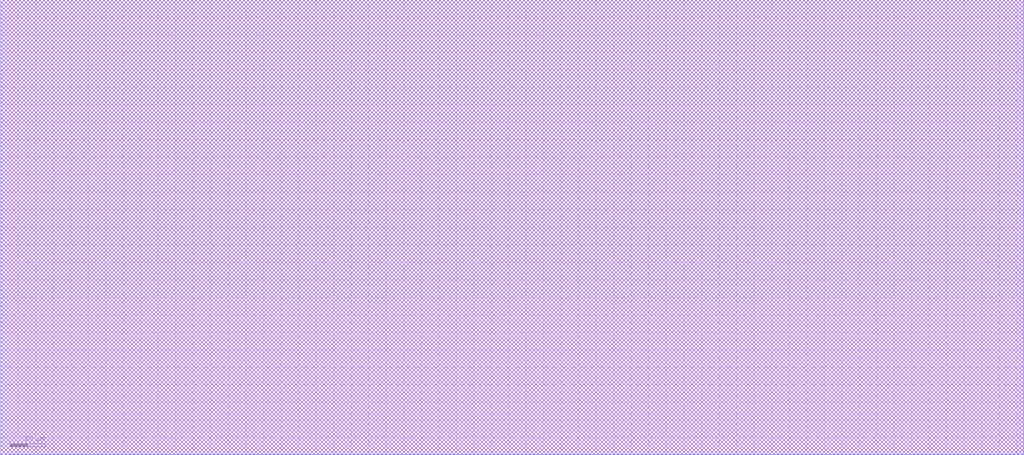
<source format=lef>
VERSION 5.8 ;

MACRO analog_blockage
  CLASS BLOCK ;
  ORIGIN 0 0 ;
  FOREIGN analog_blockage 0 0 ;
  SIZE 584.0 BY 260.0 ;

  OBS
    LAYER TopMetal2 ;
      RECT 0 0 584.0 260.0 ;
  END
  OBS
    LAYER TopMetal1 ;
      RECT 0 0 584.0 260.0 ;
  END
  OBS
    LAYER Metal5 ;
      RECT 0 0 584.0 260.0 ;
  END
END analog_blockage
</source>
